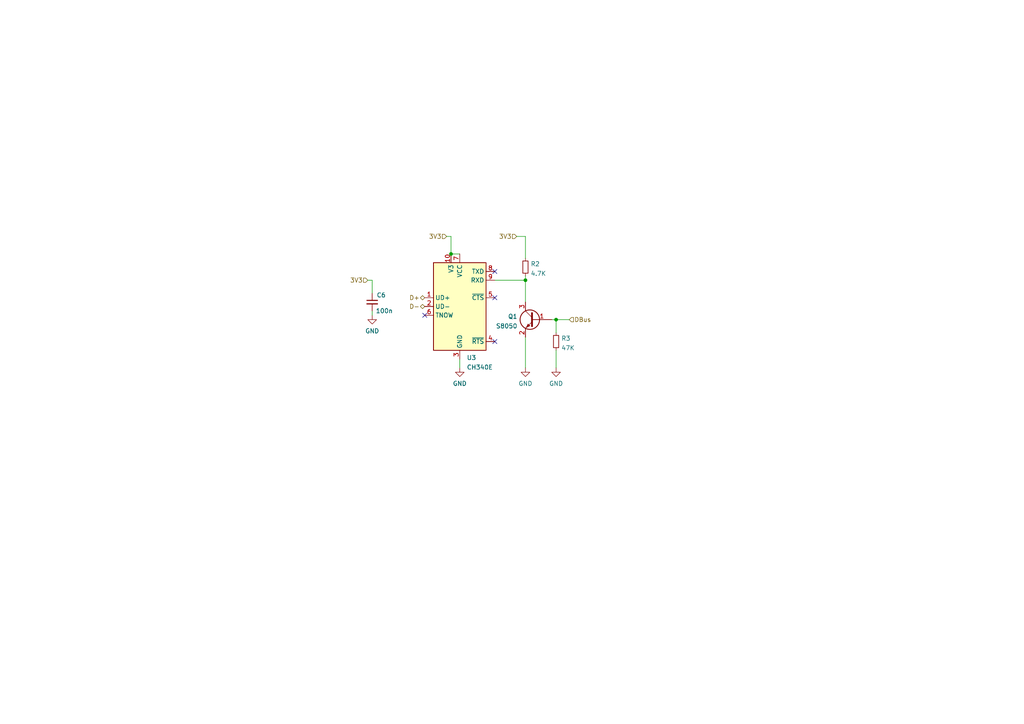
<source format=kicad_sch>
(kicad_sch (version 20230121) (generator eeschema)
  (paper "A4")
  (lib_symbols
    (symbol "Device:C_Small" (pin_numbers hide) (pin_names (offset 0.254) hide)
      (property "Reference" "C" (at 0.254 1.778 0))
      (property "Value" "C_Small" (at 0.254 -2.032 0))
      (symbol "C_Small_0_1"
        (polyline (pts (xy -1.524 -0.508) (xy 1.524 -0.508)) (stroke (width 0.3302)))
        (polyline (pts (xy -1.524 0.508) (xy 1.524 0.508)) (stroke (width 0.3048)))
      )
      (symbol "C_Small_1_1"
        (pin passive line (at 0 2.54 270) (length 2.032) (name "~") (number "1"))
        (pin passive line (at 0 -2.54 90) (length 2.032) (name "~") (number "2"))
      )
    )
    (symbol "Device:Q_NPN_BEC" (pin_names (offset 0) hide)
      (property "Reference" "Q" (at 5.08 1.27 0))
      (property "Value" "Q_NPN_BEC" (at 5.08 -1.27 0))
      (symbol "Q_NPN_BEC_0_1"
        (polyline (pts (xy 0.635 0.635) (xy 2.54 2.54)))
        (polyline (pts (xy 0.635 -0.635) (xy 2.54 -2.54) (xy 2.54 -2.54)))
        (polyline (pts (xy 0.635 1.905) (xy 0.635 -1.905) (xy 0.635 -1.905)) (stroke (width 0.508)))
        (polyline (pts (xy 1.27 -1.778) (xy 1.778 -1.27) (xy 2.286 -2.286) (xy 1.27 -1.778) (xy 1.27 -1.778)) (fill (type outline)))
        (circle (center 1.27 0) (radius 2.8194) (stroke (width 0.254)))
      )
      (symbol "Q_NPN_BEC_1_1"
        (pin input line (at -5.08 0 0) (length 5.715) (name "B") (number "1"))
        (pin passive line (at 2.54 -5.08 90) (length 2.54) (name "E") (number "2"))
        (pin passive line (at 2.54 5.08 270) (length 2.54) (name "C") (number "3"))
      )
    )
    (symbol "Device:R_Small" (pin_numbers hide) (pin_names (offset 0.254) hide)
      (property "Reference" "R" (at 0.762 0.508 0))
      (property "Value" "R_Small" (at 0.762 -1.016 0))
      (symbol "R_Small_0_1"
        (rectangle (start -0.762 1.778) (end 0.762 -1.778) (stroke (width 0.2032)))
      )
      (symbol "R_Small_1_1"
        (pin passive line (at 0 2.54 270) (length 0.762) (name "~") (number "1"))
        (pin passive line (at 0 -2.54 90) (length 0.762) (name "~") (number "2"))
      )
    )
    (symbol "Interface_USB:CH340E"
      (property "Reference" "U" (at -5.08 13.97 0))
      (property "Value" "CH340E" (at 1.27 13.97 0))
      (symbol "CH340E_0_1"
        (rectangle (start -7.62 12.7) (end 7.62 -12.7) (stroke (width 0.254)) (fill (type background)))
      )
      (symbol "CH340E_1_1"
        (pin bidirectional line (at -10.16 2.54 0) (length 2.54) (name "UD+") (number "1"))
        (pin passive line (at -2.54 15.24 270) (length 2.54) (name "V3") (number "10"))
        (pin bidirectional line (at -10.16 0 0) (length 2.54) (name "UD-") (number "2"))
        (pin power_in line (at 0 -15.24 90) (length 2.54) (name "GND") (number "3"))
        (pin output line (at 10.16 -10.16 180) (length 2.54) (name "~{RTS}") (number "4"))
        (pin input line (at 10.16 2.54 180) (length 2.54) (name "~{CTS}") (number "5"))
        (pin output line (at -10.16 -2.54 0) (length 2.54) (name "TNOW") (number "6"))
        (pin power_in line (at 0 15.24 270) (length 2.54) (name "VCC") (number "7"))
        (pin output line (at 10.16 10.16 180) (length 2.54) (name "TXD") (number "8"))
        (pin input line (at 10.16 7.62 180) (length 2.54) (name "RXD") (number "9"))
      )
    )
    (symbol "power:GND" (power) (pin_names (offset 0))
      (property "Value" "GND" (at 0 -3.81 0))
      (symbol "GND_0_1"
        (polyline (pts (xy 0 0) (xy 0 -1.27) (xy 1.27 -1.27) (xy 0 -2.54) (xy -1.27 -1.27) (xy 0 -1.27)))
      )
      (symbol "GND_1_1"
        (pin power_in line (at 0 0 270) (length 0) hide (name "GND") (number "1"))
      )
    )
  )
  (junction (at 152.4 81.28))
  (junction (at 130.81 73.66))
  (junction (at 161.29 92.71))
  (no_connect (at 143.51 99.06))
  (no_connect (at 123.19 91.44))
  (no_connect (at 143.51 86.36))
  (no_connect (at 143.51 78.74))
  (wire (pts (xy 160.02 92.71) (xy 161.29 92.71)))
  (wire (pts (xy 130.81 68.58) (xy 130.81 73.66)))
  (wire (pts (xy 161.29 92.71) (xy 161.29 96.52)))
  (wire (pts (xy 107.95 81.28) (xy 107.95 85.09)))
  (wire (pts (xy 149.86 68.58) (xy 152.4 68.58)))
  (wire (pts (xy 130.81 73.66) (xy 133.35 73.66)))
  (wire (pts (xy 152.4 68.58) (xy 152.4 74.93)))
  (wire (pts (xy 152.4 97.79) (xy 152.4 106.68)))
  (wire (pts (xy 129.54 68.58) (xy 130.81 68.58)))
  (wire (pts (xy 133.35 104.14) (xy 133.35 106.68)))
  (wire (pts (xy 106.68 81.28) (xy 107.95 81.28)))
  (wire (pts (xy 152.4 81.28) (xy 152.4 87.63)))
  (wire (pts (xy 107.95 90.17) (xy 107.95 91.44)))
  (wire (pts (xy 152.4 80.01) (xy 152.4 81.28)))
  (wire (pts (xy 143.51 81.28) (xy 152.4 81.28)))
  (wire (pts (xy 161.29 101.6) (xy 161.29 106.68)))
  (wire (pts (xy 161.29 92.71) (xy 165.1 92.71)))
  (hierarchical_label "D+" (shape bidirectional) (at 123.19 86.36 180))
  (hierarchical_label "D-" (shape bidirectional) (at 123.19 88.9 180))
  (hierarchical_label "3V3" (shape input) (at 106.68 81.28 180))
  (hierarchical_label "DBus" (shape input) (at 165.1 92.71 0))
  (hierarchical_label "3V3" (shape input) (at 149.86 68.58 180))
  (hierarchical_label "3V3" (shape input) (at 129.54 68.58 180))
  (symbol (lib_id "Device:C_Small") (at 107.95 87.63 0) (mirror y) (unit 1)
    (property "Reference" "C6" (at 109.22 85.598 0) (effects (justify right)))
    (property "Value" "100n" (at 108.966 90.17 0) (effects (justify right)))
    (property "Footprint" "Capacitor_SMD:C_0603_1608Metric" (effects hide))
  )
  (symbol (lib_id "power:GND") (at 161.29 106.68 0) (unit 1)
    (property "Reference" "#PWR020" (effects hide))
    (property "Value" "GND" (at 161.29 111.2425 0))
  )
  (symbol (lib_id "Device:R_Small") (at 152.4 77.47 0) (unit 1)
    (property "Reference" "R2" (at 153.8986 76.5615 0) (effects (justify left)))
    (property "Value" "4.7K" (at 153.8986 79.3366 0) (effects (justify left)))
    (property "Footprint" "Resistor_SMD:R_0603_1608Metric" (effects hide))
  )
  (symbol (lib_id "Interface_USB:CH340E") (at 133.35 88.9 0) (unit 1)
    (property "Reference" "U3" (at 135.3694 103.7495 0) (effects (justify left)))
    (property "Value" "CH340E" (at 135.3694 106.5246 0) (effects (justify left)))
    (property "Footprint" "Package_SO:MSOP-10_3x3mm_P0.5mm" (effects hide))
    (property "Datasheet" "https://www.mpja.com/download/35227cpdata.pdf" (effects hide))
  )
  (symbol (lib_id "Device:R_Small") (at 161.29 99.06 0) (unit 1)
    (property "Reference" "R3" (at 162.7886 98.1515 0) (effects (justify left)))
    (property "Value" "47K" (at 162.7886 100.9266 0) (effects (justify left)))
    (property "Footprint" "Resistor_SMD:R_0603_1608Metric" (effects hide))
  )
  (symbol (lib_id "power:GND") (at 133.35 106.68 0) (unit 1)
    (property "Reference" "#PWR018" (effects hide))
    (property "Value" "GND" (at 133.35 111.2425 0))
  )
  (symbol (lib_id "power:GND") (at 107.95 91.44 0) (unit 1)
    (property "Reference" "#PWR017" (effects hide))
    (property "Value" "GND" (at 107.95 96.0025 0))
  )
  (symbol (lib_id "Device:Q_NPN_BEC") (at 154.94 92.71 0) (mirror y) (unit 1)
    (property "Reference" "Q1" (at 150.0886 91.8015 0) (effects (justify left)))
    (property "Value" "S8050" (at 150.0886 94.5766 0) (effects (justify left)))
    (property "Footprint" "Package_TO_SOT_SMD:SOT-23" (effects hide))
  )
  (symbol (lib_id "power:GND") (at 152.4 106.68 0) (unit 1)
    (property "Reference" "#PWR019" (effects hide))
    (property "Value" "GND" (at 152.4 111.2425 0))
  )
)
</source>
